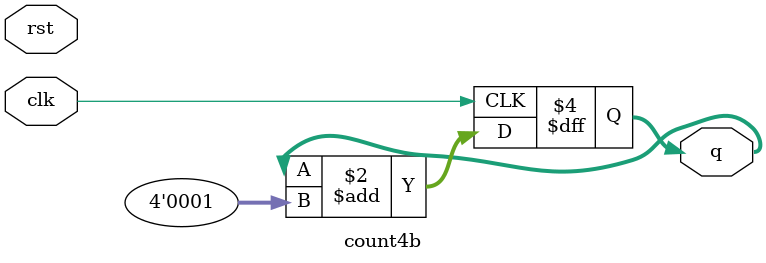
<source format=v>
module count4b(clk,rst,q);
input clk,rst;
output reg[3:0]q;

initial q<=0;

always@(posedge clk)
	q=q+4'b1;

endmodule

</source>
